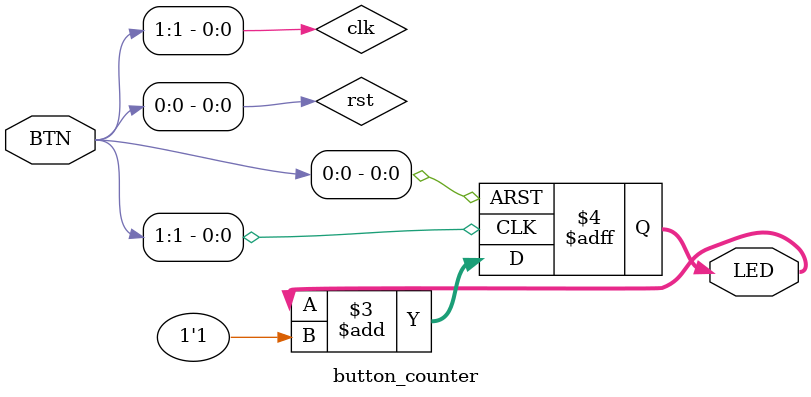
<source format=v>

module button_counter (
    // Inputs

    input  [1:0] BTN,

    // Outputs

    output reg [3:0] LED
);

    wire rst;
    wire clk;

    // Reset is the inverse of the 1st button
    assign rst = BTN[0];

    // Clock is the 2nd button (inverse of the second button)
    assign clk = BTN[1];

    // Count up on the clock rising edge or reset on the button push
    always @ (posedge clk or posedge rst) begin
        if (rst == 1'b1) begin
            LED <= 4'b0000; // loaded into the led bus
        end else begin
            LED <= LED + 1'b1; // increment the led bus
        end
    end

    
endmodule
</source>
